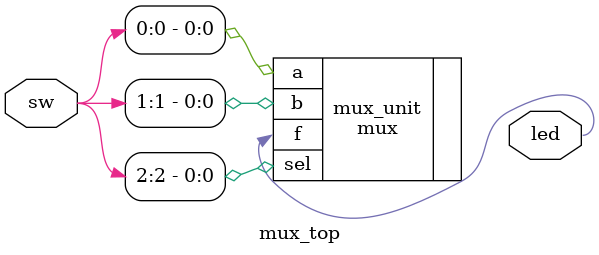
<source format=sv>
module mux_top
    (
        input logic [2:0] sw,
        output logic led
    );

    mux mux_unit (.a(sw[0]), .b(sw[1]), .sel(sw[2]), .f(led));
endmodule

</source>
